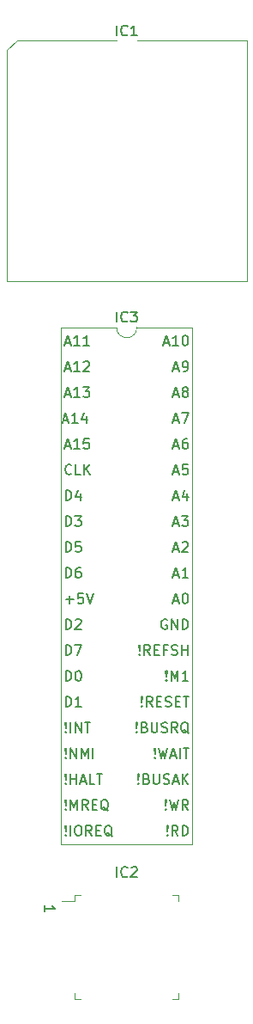
<source format=gbr>
%TF.GenerationSoftware,KiCad,Pcbnew,(6.0.4)*%
%TF.CreationDate,2022-05-05T02:24:40+01:00*%
%TF.ProjectId,Z80 QFP & LCC to DIL,5a383020-5146-4502-9026-204c43432074,rev?*%
%TF.SameCoordinates,Original*%
%TF.FileFunction,Legend,Top*%
%TF.FilePolarity,Positive*%
%FSLAX46Y46*%
G04 Gerber Fmt 4.6, Leading zero omitted, Abs format (unit mm)*
G04 Created by KiCad (PCBNEW (6.0.4)) date 2022-05-05 02:24:40*
%MOMM*%
%LPD*%
G01*
G04 APERTURE LIST*
%ADD10C,0.150000*%
%ADD11C,0.120000*%
G04 APERTURE END LIST*
D10*
X134955595Y-116022380D02*
X134955595Y-115022380D01*
X135193690Y-115022380D01*
X135336547Y-115070000D01*
X135431785Y-115165238D01*
X135479404Y-115260476D01*
X135527023Y-115450952D01*
X135527023Y-115593809D01*
X135479404Y-115784285D01*
X135431785Y-115879523D01*
X135336547Y-115974761D01*
X135193690Y-116022380D01*
X134955595Y-116022380D01*
X136431785Y-115022380D02*
X135955595Y-115022380D01*
X135907976Y-115498571D01*
X135955595Y-115450952D01*
X136050833Y-115403333D01*
X136288928Y-115403333D01*
X136384166Y-115450952D01*
X136431785Y-115498571D01*
X136479404Y-115593809D01*
X136479404Y-115831904D01*
X136431785Y-115927142D01*
X136384166Y-115974761D01*
X136288928Y-116022380D01*
X136050833Y-116022380D01*
X135955595Y-115974761D01*
X135907976Y-115927142D01*
X143746309Y-136247142D02*
X143793928Y-136294761D01*
X143746309Y-136342380D01*
X143698690Y-136294761D01*
X143746309Y-136247142D01*
X143746309Y-136342380D01*
X143746309Y-135961428D02*
X143698690Y-135390000D01*
X143746309Y-135342380D01*
X143793928Y-135390000D01*
X143746309Y-135961428D01*
X143746309Y-135342380D01*
X144127261Y-135342380D02*
X144365357Y-136342380D01*
X144555833Y-135628095D01*
X144746309Y-136342380D01*
X144984404Y-135342380D01*
X145317738Y-136056666D02*
X145793928Y-136056666D01*
X145222500Y-136342380D02*
X145555833Y-135342380D01*
X145889166Y-136342380D01*
X146222500Y-136342380D02*
X146222500Y-135342380D01*
X146555833Y-135342380D02*
X147127261Y-135342380D01*
X146841547Y-136342380D02*
X146841547Y-135342380D01*
X141936785Y-133707142D02*
X141984404Y-133754761D01*
X141936785Y-133802380D01*
X141889166Y-133754761D01*
X141936785Y-133707142D01*
X141936785Y-133802380D01*
X141936785Y-133421428D02*
X141889166Y-132850000D01*
X141936785Y-132802380D01*
X141984404Y-132850000D01*
X141936785Y-133421428D01*
X141936785Y-132802380D01*
X142746309Y-133278571D02*
X142889166Y-133326190D01*
X142936785Y-133373809D01*
X142984404Y-133469047D01*
X142984404Y-133611904D01*
X142936785Y-133707142D01*
X142889166Y-133754761D01*
X142793928Y-133802380D01*
X142412976Y-133802380D01*
X142412976Y-132802380D01*
X142746309Y-132802380D01*
X142841547Y-132850000D01*
X142889166Y-132897619D01*
X142936785Y-132992857D01*
X142936785Y-133088095D01*
X142889166Y-133183333D01*
X142841547Y-133230952D01*
X142746309Y-133278571D01*
X142412976Y-133278571D01*
X143412976Y-132802380D02*
X143412976Y-133611904D01*
X143460595Y-133707142D01*
X143508214Y-133754761D01*
X143603452Y-133802380D01*
X143793928Y-133802380D01*
X143889166Y-133754761D01*
X143936785Y-133707142D01*
X143984404Y-133611904D01*
X143984404Y-132802380D01*
X144412976Y-133754761D02*
X144555833Y-133802380D01*
X144793928Y-133802380D01*
X144889166Y-133754761D01*
X144936785Y-133707142D01*
X144984404Y-133611904D01*
X144984404Y-133516666D01*
X144936785Y-133421428D01*
X144889166Y-133373809D01*
X144793928Y-133326190D01*
X144603452Y-133278571D01*
X144508214Y-133230952D01*
X144460595Y-133183333D01*
X144412976Y-133088095D01*
X144412976Y-132992857D01*
X144460595Y-132897619D01*
X144508214Y-132850000D01*
X144603452Y-132802380D01*
X144841547Y-132802380D01*
X144984404Y-132850000D01*
X145984404Y-133802380D02*
X145651071Y-133326190D01*
X145412976Y-133802380D02*
X145412976Y-132802380D01*
X145793928Y-132802380D01*
X145889166Y-132850000D01*
X145936785Y-132897619D01*
X145984404Y-132992857D01*
X145984404Y-133135714D01*
X145936785Y-133230952D01*
X145889166Y-133278571D01*
X145793928Y-133326190D01*
X145412976Y-133326190D01*
X147079642Y-133897619D02*
X146984404Y-133850000D01*
X146889166Y-133754761D01*
X146746309Y-133611904D01*
X146651071Y-133564285D01*
X146555833Y-133564285D01*
X146603452Y-133802380D02*
X146508214Y-133754761D01*
X146412976Y-133659523D01*
X146365357Y-133469047D01*
X146365357Y-133135714D01*
X146412976Y-132945238D01*
X146508214Y-132850000D01*
X146603452Y-132802380D01*
X146793928Y-132802380D01*
X146889166Y-132850000D01*
X146984404Y-132945238D01*
X147032023Y-133135714D01*
X147032023Y-133469047D01*
X146984404Y-133659523D01*
X146889166Y-133754761D01*
X146793928Y-133802380D01*
X146603452Y-133802380D01*
X134955595Y-141327142D02*
X135003214Y-141374761D01*
X134955595Y-141422380D01*
X134907976Y-141374761D01*
X134955595Y-141327142D01*
X134955595Y-141422380D01*
X134955595Y-141041428D02*
X134907976Y-140470000D01*
X134955595Y-140422380D01*
X135003214Y-140470000D01*
X134955595Y-141041428D01*
X134955595Y-140422380D01*
X135431785Y-141422380D02*
X135431785Y-140422380D01*
X135765119Y-141136666D01*
X136098452Y-140422380D01*
X136098452Y-141422380D01*
X137146071Y-141422380D02*
X136812738Y-140946190D01*
X136574642Y-141422380D02*
X136574642Y-140422380D01*
X136955595Y-140422380D01*
X137050833Y-140470000D01*
X137098452Y-140517619D01*
X137146071Y-140612857D01*
X137146071Y-140755714D01*
X137098452Y-140850952D01*
X137050833Y-140898571D01*
X136955595Y-140946190D01*
X136574642Y-140946190D01*
X137574642Y-140898571D02*
X137907976Y-140898571D01*
X138050833Y-141422380D02*
X137574642Y-141422380D01*
X137574642Y-140422380D01*
X138050833Y-140422380D01*
X139146071Y-141517619D02*
X139050833Y-141470000D01*
X138955595Y-141374761D01*
X138812738Y-141231904D01*
X138717500Y-141184285D01*
X138622261Y-141184285D01*
X138669880Y-141422380D02*
X138574642Y-141374761D01*
X138479404Y-141279523D01*
X138431785Y-141089047D01*
X138431785Y-140755714D01*
X138479404Y-140565238D01*
X138574642Y-140470000D01*
X138669880Y-140422380D01*
X138860357Y-140422380D01*
X138955595Y-140470000D01*
X139050833Y-140565238D01*
X139098452Y-140755714D01*
X139098452Y-141089047D01*
X139050833Y-141279523D01*
X138955595Y-141374761D01*
X138860357Y-141422380D01*
X138669880Y-141422380D01*
X145603452Y-105576666D02*
X146079642Y-105576666D01*
X145508214Y-105862380D02*
X145841547Y-104862380D01*
X146174880Y-105862380D01*
X146936785Y-104862380D02*
X146746309Y-104862380D01*
X146651071Y-104910000D01*
X146603452Y-104957619D01*
X146508214Y-105100476D01*
X146460595Y-105290952D01*
X146460595Y-105671904D01*
X146508214Y-105767142D01*
X146555833Y-105814761D01*
X146651071Y-105862380D01*
X146841547Y-105862380D01*
X146936785Y-105814761D01*
X146984404Y-105767142D01*
X147032023Y-105671904D01*
X147032023Y-105433809D01*
X146984404Y-105338571D01*
X146936785Y-105290952D01*
X146841547Y-105243333D01*
X146651071Y-105243333D01*
X146555833Y-105290952D01*
X146508214Y-105338571D01*
X146460595Y-105433809D01*
X145603452Y-100496666D02*
X146079642Y-100496666D01*
X145508214Y-100782380D02*
X145841547Y-99782380D01*
X146174880Y-100782380D01*
X146651071Y-100210952D02*
X146555833Y-100163333D01*
X146508214Y-100115714D01*
X146460595Y-100020476D01*
X146460595Y-99972857D01*
X146508214Y-99877619D01*
X146555833Y-99830000D01*
X146651071Y-99782380D01*
X146841547Y-99782380D01*
X146936785Y-99830000D01*
X146984404Y-99877619D01*
X147032023Y-99972857D01*
X147032023Y-100020476D01*
X146984404Y-100115714D01*
X146936785Y-100163333D01*
X146841547Y-100210952D01*
X146651071Y-100210952D01*
X146555833Y-100258571D01*
X146508214Y-100306190D01*
X146460595Y-100401428D01*
X146460595Y-100591904D01*
X146508214Y-100687142D01*
X146555833Y-100734761D01*
X146651071Y-100782380D01*
X146841547Y-100782380D01*
X146936785Y-100734761D01*
X146984404Y-100687142D01*
X147032023Y-100591904D01*
X147032023Y-100401428D01*
X146984404Y-100306190D01*
X146936785Y-100258571D01*
X146841547Y-100210952D01*
X144651071Y-95416666D02*
X145127261Y-95416666D01*
X144555833Y-95702380D02*
X144889166Y-94702380D01*
X145222500Y-95702380D01*
X146079642Y-95702380D02*
X145508214Y-95702380D01*
X145793928Y-95702380D02*
X145793928Y-94702380D01*
X145698690Y-94845238D01*
X145603452Y-94940476D01*
X145508214Y-94988095D01*
X146698690Y-94702380D02*
X146793928Y-94702380D01*
X146889166Y-94750000D01*
X146936785Y-94797619D01*
X146984404Y-94892857D01*
X147032023Y-95083333D01*
X147032023Y-95321428D01*
X146984404Y-95511904D01*
X146936785Y-95607142D01*
X146889166Y-95654761D01*
X146793928Y-95702380D01*
X146698690Y-95702380D01*
X146603452Y-95654761D01*
X146555833Y-95607142D01*
X146508214Y-95511904D01*
X146460595Y-95321428D01*
X146460595Y-95083333D01*
X146508214Y-94892857D01*
X146555833Y-94797619D01*
X146603452Y-94750000D01*
X146698690Y-94702380D01*
X142460595Y-131167142D02*
X142508214Y-131214761D01*
X142460595Y-131262380D01*
X142412976Y-131214761D01*
X142460595Y-131167142D01*
X142460595Y-131262380D01*
X142460595Y-130881428D02*
X142412976Y-130310000D01*
X142460595Y-130262380D01*
X142508214Y-130310000D01*
X142460595Y-130881428D01*
X142460595Y-130262380D01*
X143508214Y-131262380D02*
X143174880Y-130786190D01*
X142936785Y-131262380D02*
X142936785Y-130262380D01*
X143317738Y-130262380D01*
X143412976Y-130310000D01*
X143460595Y-130357619D01*
X143508214Y-130452857D01*
X143508214Y-130595714D01*
X143460595Y-130690952D01*
X143412976Y-130738571D01*
X143317738Y-130786190D01*
X142936785Y-130786190D01*
X143936785Y-130738571D02*
X144270119Y-130738571D01*
X144412976Y-131262380D02*
X143936785Y-131262380D01*
X143936785Y-130262380D01*
X144412976Y-130262380D01*
X144793928Y-131214761D02*
X144936785Y-131262380D01*
X145174880Y-131262380D01*
X145270119Y-131214761D01*
X145317738Y-131167142D01*
X145365357Y-131071904D01*
X145365357Y-130976666D01*
X145317738Y-130881428D01*
X145270119Y-130833809D01*
X145174880Y-130786190D01*
X144984404Y-130738571D01*
X144889166Y-130690952D01*
X144841547Y-130643333D01*
X144793928Y-130548095D01*
X144793928Y-130452857D01*
X144841547Y-130357619D01*
X144889166Y-130310000D01*
X144984404Y-130262380D01*
X145222500Y-130262380D01*
X145365357Y-130310000D01*
X145793928Y-130738571D02*
X146127261Y-130738571D01*
X146270119Y-131262380D02*
X145793928Y-131262380D01*
X145793928Y-130262380D01*
X146270119Y-130262380D01*
X146555833Y-130262380D02*
X147127261Y-130262380D01*
X146841547Y-131262380D02*
X146841547Y-130262380D01*
X144889166Y-128627142D02*
X144936785Y-128674761D01*
X144889166Y-128722380D01*
X144841547Y-128674761D01*
X144889166Y-128627142D01*
X144889166Y-128722380D01*
X144889166Y-128341428D02*
X144841547Y-127770000D01*
X144889166Y-127722380D01*
X144936785Y-127770000D01*
X144889166Y-128341428D01*
X144889166Y-127722380D01*
X145365357Y-128722380D02*
X145365357Y-127722380D01*
X145698690Y-128436666D01*
X146032023Y-127722380D01*
X146032023Y-128722380D01*
X147032023Y-128722380D02*
X146460595Y-128722380D01*
X146746309Y-128722380D02*
X146746309Y-127722380D01*
X146651071Y-127865238D01*
X146555833Y-127960476D01*
X146460595Y-128008095D01*
X134907976Y-95416666D02*
X135384166Y-95416666D01*
X134812738Y-95702380D02*
X135146071Y-94702380D01*
X135479404Y-95702380D01*
X136336547Y-95702380D02*
X135765119Y-95702380D01*
X136050833Y-95702380D02*
X136050833Y-94702380D01*
X135955595Y-94845238D01*
X135860357Y-94940476D01*
X135765119Y-94988095D01*
X137288928Y-95702380D02*
X136717500Y-95702380D01*
X137003214Y-95702380D02*
X137003214Y-94702380D01*
X136907976Y-94845238D01*
X136812738Y-94940476D01*
X136717500Y-94988095D01*
X142222500Y-126087142D02*
X142270119Y-126134761D01*
X142222500Y-126182380D01*
X142174880Y-126134761D01*
X142222500Y-126087142D01*
X142222500Y-126182380D01*
X142222500Y-125801428D02*
X142174880Y-125230000D01*
X142222500Y-125182380D01*
X142270119Y-125230000D01*
X142222500Y-125801428D01*
X142222500Y-125182380D01*
X143270119Y-126182380D02*
X142936785Y-125706190D01*
X142698690Y-126182380D02*
X142698690Y-125182380D01*
X143079642Y-125182380D01*
X143174880Y-125230000D01*
X143222500Y-125277619D01*
X143270119Y-125372857D01*
X143270119Y-125515714D01*
X143222500Y-125610952D01*
X143174880Y-125658571D01*
X143079642Y-125706190D01*
X142698690Y-125706190D01*
X143698690Y-125658571D02*
X144032023Y-125658571D01*
X144174880Y-126182380D02*
X143698690Y-126182380D01*
X143698690Y-125182380D01*
X144174880Y-125182380D01*
X144936785Y-125658571D02*
X144603452Y-125658571D01*
X144603452Y-126182380D02*
X144603452Y-125182380D01*
X145079642Y-125182380D01*
X145412976Y-126134761D02*
X145555833Y-126182380D01*
X145793928Y-126182380D01*
X145889166Y-126134761D01*
X145936785Y-126087142D01*
X145984404Y-125991904D01*
X145984404Y-125896666D01*
X145936785Y-125801428D01*
X145889166Y-125753809D01*
X145793928Y-125706190D01*
X145603452Y-125658571D01*
X145508214Y-125610952D01*
X145460595Y-125563333D01*
X145412976Y-125468095D01*
X145412976Y-125372857D01*
X145460595Y-125277619D01*
X145508214Y-125230000D01*
X145603452Y-125182380D01*
X145841547Y-125182380D01*
X145984404Y-125230000D01*
X146412976Y-126182380D02*
X146412976Y-125182380D01*
X146412976Y-125658571D02*
X146984404Y-125658571D01*
X146984404Y-126182380D02*
X146984404Y-125182380D01*
X135527023Y-108307142D02*
X135479404Y-108354761D01*
X135336547Y-108402380D01*
X135241309Y-108402380D01*
X135098452Y-108354761D01*
X135003214Y-108259523D01*
X134955595Y-108164285D01*
X134907976Y-107973809D01*
X134907976Y-107830952D01*
X134955595Y-107640476D01*
X135003214Y-107545238D01*
X135098452Y-107450000D01*
X135241309Y-107402380D01*
X135336547Y-107402380D01*
X135479404Y-107450000D01*
X135527023Y-107497619D01*
X136431785Y-108402380D02*
X135955595Y-108402380D01*
X135955595Y-107402380D01*
X136765119Y-108402380D02*
X136765119Y-107402380D01*
X137336547Y-108402380D02*
X136907976Y-107830952D01*
X137336547Y-107402380D02*
X136765119Y-107973809D01*
X134955595Y-120721428D02*
X135717500Y-120721428D01*
X135336547Y-121102380D02*
X135336547Y-120340476D01*
X136669880Y-120102380D02*
X136193690Y-120102380D01*
X136146071Y-120578571D01*
X136193690Y-120530952D01*
X136288928Y-120483333D01*
X136527023Y-120483333D01*
X136622261Y-120530952D01*
X136669880Y-120578571D01*
X136717500Y-120673809D01*
X136717500Y-120911904D01*
X136669880Y-121007142D01*
X136622261Y-121054761D01*
X136527023Y-121102380D01*
X136288928Y-121102380D01*
X136193690Y-121054761D01*
X136146071Y-121007142D01*
X137003214Y-120102380D02*
X137336547Y-121102380D01*
X137669880Y-120102380D01*
X134955595Y-128722380D02*
X134955595Y-127722380D01*
X135193690Y-127722380D01*
X135336547Y-127770000D01*
X135431785Y-127865238D01*
X135479404Y-127960476D01*
X135527023Y-128150952D01*
X135527023Y-128293809D01*
X135479404Y-128484285D01*
X135431785Y-128579523D01*
X135336547Y-128674761D01*
X135193690Y-128722380D01*
X134955595Y-128722380D01*
X136146071Y-127722380D02*
X136241309Y-127722380D01*
X136336547Y-127770000D01*
X136384166Y-127817619D01*
X136431785Y-127912857D01*
X136479404Y-128103333D01*
X136479404Y-128341428D01*
X136431785Y-128531904D01*
X136384166Y-128627142D01*
X136336547Y-128674761D01*
X136241309Y-128722380D01*
X136146071Y-128722380D01*
X136050833Y-128674761D01*
X136003214Y-128627142D01*
X135955595Y-128531904D01*
X135907976Y-128341428D01*
X135907976Y-128103333D01*
X135955595Y-127912857D01*
X136003214Y-127817619D01*
X136050833Y-127770000D01*
X136146071Y-127722380D01*
X134955595Y-133707142D02*
X135003214Y-133754761D01*
X134955595Y-133802380D01*
X134907976Y-133754761D01*
X134955595Y-133707142D01*
X134955595Y-133802380D01*
X134955595Y-133421428D02*
X134907976Y-132850000D01*
X134955595Y-132802380D01*
X135003214Y-132850000D01*
X134955595Y-133421428D01*
X134955595Y-132802380D01*
X135431785Y-133802380D02*
X135431785Y-132802380D01*
X135907976Y-133802380D02*
X135907976Y-132802380D01*
X136479404Y-133802380D01*
X136479404Y-132802380D01*
X136812738Y-132802380D02*
X137384166Y-132802380D01*
X137098452Y-133802380D02*
X137098452Y-132802380D01*
X134699523Y-103036666D02*
X135175714Y-103036666D01*
X134604285Y-103322380D02*
X134937619Y-102322380D01*
X135270952Y-103322380D01*
X136128095Y-103322380D02*
X135556666Y-103322380D01*
X135842380Y-103322380D02*
X135842380Y-102322380D01*
X135747142Y-102465238D01*
X135651904Y-102560476D01*
X135556666Y-102608095D01*
X136985238Y-102655714D02*
X136985238Y-103322380D01*
X136747142Y-102274761D02*
X136509047Y-102989047D01*
X137128095Y-102989047D01*
X145603452Y-103036666D02*
X146079642Y-103036666D01*
X145508214Y-103322380D02*
X145841547Y-102322380D01*
X146174880Y-103322380D01*
X146412976Y-102322380D02*
X147079642Y-102322380D01*
X146651071Y-103322380D01*
X134955595Y-123642380D02*
X134955595Y-122642380D01*
X135193690Y-122642380D01*
X135336547Y-122690000D01*
X135431785Y-122785238D01*
X135479404Y-122880476D01*
X135527023Y-123070952D01*
X135527023Y-123213809D01*
X135479404Y-123404285D01*
X135431785Y-123499523D01*
X135336547Y-123594761D01*
X135193690Y-123642380D01*
X134955595Y-123642380D01*
X135907976Y-122737619D02*
X135955595Y-122690000D01*
X136050833Y-122642380D01*
X136288928Y-122642380D01*
X136384166Y-122690000D01*
X136431785Y-122737619D01*
X136479404Y-122832857D01*
X136479404Y-122928095D01*
X136431785Y-123070952D01*
X135860357Y-123642380D01*
X136479404Y-123642380D01*
X145603452Y-115736666D02*
X146079642Y-115736666D01*
X145508214Y-116022380D02*
X145841547Y-115022380D01*
X146174880Y-116022380D01*
X146460595Y-115117619D02*
X146508214Y-115070000D01*
X146603452Y-115022380D01*
X146841547Y-115022380D01*
X146936785Y-115070000D01*
X146984404Y-115117619D01*
X147032023Y-115212857D01*
X147032023Y-115308095D01*
X146984404Y-115450952D01*
X146412976Y-116022380D01*
X147032023Y-116022380D01*
X145603452Y-97956666D02*
X146079642Y-97956666D01*
X145508214Y-98242380D02*
X145841547Y-97242380D01*
X146174880Y-98242380D01*
X146555833Y-98242380D02*
X146746309Y-98242380D01*
X146841547Y-98194761D01*
X146889166Y-98147142D01*
X146984404Y-98004285D01*
X147032023Y-97813809D01*
X147032023Y-97432857D01*
X146984404Y-97337619D01*
X146936785Y-97290000D01*
X146841547Y-97242380D01*
X146651071Y-97242380D01*
X146555833Y-97290000D01*
X146508214Y-97337619D01*
X146460595Y-97432857D01*
X146460595Y-97670952D01*
X146508214Y-97766190D01*
X146555833Y-97813809D01*
X146651071Y-97861428D01*
X146841547Y-97861428D01*
X146936785Y-97813809D01*
X146984404Y-97766190D01*
X147032023Y-97670952D01*
X144936785Y-122690000D02*
X144841547Y-122642380D01*
X144698690Y-122642380D01*
X144555833Y-122690000D01*
X144460595Y-122785238D01*
X144412976Y-122880476D01*
X144365357Y-123070952D01*
X144365357Y-123213809D01*
X144412976Y-123404285D01*
X144460595Y-123499523D01*
X144555833Y-123594761D01*
X144698690Y-123642380D01*
X144793928Y-123642380D01*
X144936785Y-123594761D01*
X144984404Y-123547142D01*
X144984404Y-123213809D01*
X144793928Y-123213809D01*
X145412976Y-123642380D02*
X145412976Y-122642380D01*
X145984404Y-123642380D01*
X145984404Y-122642380D01*
X146460595Y-123642380D02*
X146460595Y-122642380D01*
X146698690Y-122642380D01*
X146841547Y-122690000D01*
X146936785Y-122785238D01*
X146984404Y-122880476D01*
X147032023Y-123070952D01*
X147032023Y-123213809D01*
X146984404Y-123404285D01*
X146936785Y-123499523D01*
X146841547Y-123594761D01*
X146698690Y-123642380D01*
X146460595Y-123642380D01*
X145603452Y-120816666D02*
X146079642Y-120816666D01*
X145508214Y-121102380D02*
X145841547Y-120102380D01*
X146174880Y-121102380D01*
X146698690Y-120102380D02*
X146793928Y-120102380D01*
X146889166Y-120150000D01*
X146936785Y-120197619D01*
X146984404Y-120292857D01*
X147032023Y-120483333D01*
X147032023Y-120721428D01*
X146984404Y-120911904D01*
X146936785Y-121007142D01*
X146889166Y-121054761D01*
X146793928Y-121102380D01*
X146698690Y-121102380D01*
X146603452Y-121054761D01*
X146555833Y-121007142D01*
X146508214Y-120911904D01*
X146460595Y-120721428D01*
X146460595Y-120483333D01*
X146508214Y-120292857D01*
X146555833Y-120197619D01*
X146603452Y-120150000D01*
X146698690Y-120102380D01*
X145603452Y-118276666D02*
X146079642Y-118276666D01*
X145508214Y-118562380D02*
X145841547Y-117562380D01*
X146174880Y-118562380D01*
X147032023Y-118562380D02*
X146460595Y-118562380D01*
X146746309Y-118562380D02*
X146746309Y-117562380D01*
X146651071Y-117705238D01*
X146555833Y-117800476D01*
X146460595Y-117848095D01*
X134955595Y-113482380D02*
X134955595Y-112482380D01*
X135193690Y-112482380D01*
X135336547Y-112530000D01*
X135431785Y-112625238D01*
X135479404Y-112720476D01*
X135527023Y-112910952D01*
X135527023Y-113053809D01*
X135479404Y-113244285D01*
X135431785Y-113339523D01*
X135336547Y-113434761D01*
X135193690Y-113482380D01*
X134955595Y-113482380D01*
X135860357Y-112482380D02*
X136479404Y-112482380D01*
X136146071Y-112863333D01*
X136288928Y-112863333D01*
X136384166Y-112910952D01*
X136431785Y-112958571D01*
X136479404Y-113053809D01*
X136479404Y-113291904D01*
X136431785Y-113387142D01*
X136384166Y-113434761D01*
X136288928Y-113482380D01*
X136003214Y-113482380D01*
X135907976Y-113434761D01*
X135860357Y-113387142D01*
X134907976Y-100496666D02*
X135384166Y-100496666D01*
X134812738Y-100782380D02*
X135146071Y-99782380D01*
X135479404Y-100782380D01*
X136336547Y-100782380D02*
X135765119Y-100782380D01*
X136050833Y-100782380D02*
X136050833Y-99782380D01*
X135955595Y-99925238D01*
X135860357Y-100020476D01*
X135765119Y-100068095D01*
X136669880Y-99782380D02*
X137288928Y-99782380D01*
X136955595Y-100163333D01*
X137098452Y-100163333D01*
X137193690Y-100210952D01*
X137241309Y-100258571D01*
X137288928Y-100353809D01*
X137288928Y-100591904D01*
X137241309Y-100687142D01*
X137193690Y-100734761D01*
X137098452Y-100782380D01*
X136812738Y-100782380D01*
X136717500Y-100734761D01*
X136669880Y-100687142D01*
X145603452Y-110656666D02*
X146079642Y-110656666D01*
X145508214Y-110942380D02*
X145841547Y-109942380D01*
X146174880Y-110942380D01*
X146936785Y-110275714D02*
X146936785Y-110942380D01*
X146698690Y-109894761D02*
X146460595Y-110609047D01*
X147079642Y-110609047D01*
X142127261Y-138787142D02*
X142174880Y-138834761D01*
X142127261Y-138882380D01*
X142079642Y-138834761D01*
X142127261Y-138787142D01*
X142127261Y-138882380D01*
X142127261Y-138501428D02*
X142079642Y-137930000D01*
X142127261Y-137882380D01*
X142174880Y-137930000D01*
X142127261Y-138501428D01*
X142127261Y-137882380D01*
X142936785Y-138358571D02*
X143079642Y-138406190D01*
X143127261Y-138453809D01*
X143174880Y-138549047D01*
X143174880Y-138691904D01*
X143127261Y-138787142D01*
X143079642Y-138834761D01*
X142984404Y-138882380D01*
X142603452Y-138882380D01*
X142603452Y-137882380D01*
X142936785Y-137882380D01*
X143032023Y-137930000D01*
X143079642Y-137977619D01*
X143127261Y-138072857D01*
X143127261Y-138168095D01*
X143079642Y-138263333D01*
X143032023Y-138310952D01*
X142936785Y-138358571D01*
X142603452Y-138358571D01*
X143603452Y-137882380D02*
X143603452Y-138691904D01*
X143651071Y-138787142D01*
X143698690Y-138834761D01*
X143793928Y-138882380D01*
X143984404Y-138882380D01*
X144079642Y-138834761D01*
X144127261Y-138787142D01*
X144174880Y-138691904D01*
X144174880Y-137882380D01*
X144603452Y-138834761D02*
X144746309Y-138882380D01*
X144984404Y-138882380D01*
X145079642Y-138834761D01*
X145127261Y-138787142D01*
X145174880Y-138691904D01*
X145174880Y-138596666D01*
X145127261Y-138501428D01*
X145079642Y-138453809D01*
X144984404Y-138406190D01*
X144793928Y-138358571D01*
X144698690Y-138310952D01*
X144651071Y-138263333D01*
X144603452Y-138168095D01*
X144603452Y-138072857D01*
X144651071Y-137977619D01*
X144698690Y-137930000D01*
X144793928Y-137882380D01*
X145032023Y-137882380D01*
X145174880Y-137930000D01*
X145555833Y-138596666D02*
X146032023Y-138596666D01*
X145460595Y-138882380D02*
X145793928Y-137882380D01*
X146127261Y-138882380D01*
X146460595Y-138882380D02*
X146460595Y-137882380D01*
X147032023Y-138882380D02*
X146603452Y-138310952D01*
X147032023Y-137882380D02*
X146460595Y-138453809D01*
X134955595Y-131262380D02*
X134955595Y-130262380D01*
X135193690Y-130262380D01*
X135336547Y-130310000D01*
X135431785Y-130405238D01*
X135479404Y-130500476D01*
X135527023Y-130690952D01*
X135527023Y-130833809D01*
X135479404Y-131024285D01*
X135431785Y-131119523D01*
X135336547Y-131214761D01*
X135193690Y-131262380D01*
X134955595Y-131262380D01*
X136479404Y-131262380D02*
X135907976Y-131262380D01*
X136193690Y-131262380D02*
X136193690Y-130262380D01*
X136098452Y-130405238D01*
X136003214Y-130500476D01*
X135907976Y-130548095D01*
X144841547Y-141327142D02*
X144889166Y-141374761D01*
X144841547Y-141422380D01*
X144793928Y-141374761D01*
X144841547Y-141327142D01*
X144841547Y-141422380D01*
X144841547Y-141041428D02*
X144793928Y-140470000D01*
X144841547Y-140422380D01*
X144889166Y-140470000D01*
X144841547Y-141041428D01*
X144841547Y-140422380D01*
X145222500Y-140422380D02*
X145460595Y-141422380D01*
X145651071Y-140708095D01*
X145841547Y-141422380D01*
X146079642Y-140422380D01*
X147032023Y-141422380D02*
X146698690Y-140946190D01*
X146460595Y-141422380D02*
X146460595Y-140422380D01*
X146841547Y-140422380D01*
X146936785Y-140470000D01*
X146984404Y-140517619D01*
X147032023Y-140612857D01*
X147032023Y-140755714D01*
X146984404Y-140850952D01*
X146936785Y-140898571D01*
X146841547Y-140946190D01*
X146460595Y-140946190D01*
X134907976Y-97956666D02*
X135384166Y-97956666D01*
X134812738Y-98242380D02*
X135146071Y-97242380D01*
X135479404Y-98242380D01*
X136336547Y-98242380D02*
X135765119Y-98242380D01*
X136050833Y-98242380D02*
X136050833Y-97242380D01*
X135955595Y-97385238D01*
X135860357Y-97480476D01*
X135765119Y-97528095D01*
X136717500Y-97337619D02*
X136765119Y-97290000D01*
X136860357Y-97242380D01*
X137098452Y-97242380D01*
X137193690Y-97290000D01*
X137241309Y-97337619D01*
X137288928Y-97432857D01*
X137288928Y-97528095D01*
X137241309Y-97670952D01*
X136669880Y-98242380D01*
X137288928Y-98242380D01*
X134955595Y-118562380D02*
X134955595Y-117562380D01*
X135193690Y-117562380D01*
X135336547Y-117610000D01*
X135431785Y-117705238D01*
X135479404Y-117800476D01*
X135527023Y-117990952D01*
X135527023Y-118133809D01*
X135479404Y-118324285D01*
X135431785Y-118419523D01*
X135336547Y-118514761D01*
X135193690Y-118562380D01*
X134955595Y-118562380D01*
X136384166Y-117562380D02*
X136193690Y-117562380D01*
X136098452Y-117610000D01*
X136050833Y-117657619D01*
X135955595Y-117800476D01*
X135907976Y-117990952D01*
X135907976Y-118371904D01*
X135955595Y-118467142D01*
X136003214Y-118514761D01*
X136098452Y-118562380D01*
X136288928Y-118562380D01*
X136384166Y-118514761D01*
X136431785Y-118467142D01*
X136479404Y-118371904D01*
X136479404Y-118133809D01*
X136431785Y-118038571D01*
X136384166Y-117990952D01*
X136288928Y-117943333D01*
X136098452Y-117943333D01*
X136003214Y-117990952D01*
X135955595Y-118038571D01*
X135907976Y-118133809D01*
X144984404Y-143867142D02*
X145032023Y-143914761D01*
X144984404Y-143962380D01*
X144936785Y-143914761D01*
X144984404Y-143867142D01*
X144984404Y-143962380D01*
X144984404Y-143581428D02*
X144936785Y-143010000D01*
X144984404Y-142962380D01*
X145032023Y-143010000D01*
X144984404Y-143581428D01*
X144984404Y-142962380D01*
X146032023Y-143962380D02*
X145698690Y-143486190D01*
X145460595Y-143962380D02*
X145460595Y-142962380D01*
X145841547Y-142962380D01*
X145936785Y-143010000D01*
X145984404Y-143057619D01*
X146032023Y-143152857D01*
X146032023Y-143295714D01*
X145984404Y-143390952D01*
X145936785Y-143438571D01*
X145841547Y-143486190D01*
X145460595Y-143486190D01*
X146460595Y-143962380D02*
X146460595Y-142962380D01*
X146698690Y-142962380D01*
X146841547Y-143010000D01*
X146936785Y-143105238D01*
X146984404Y-143200476D01*
X147032023Y-143390952D01*
X147032023Y-143533809D01*
X146984404Y-143724285D01*
X146936785Y-143819523D01*
X146841547Y-143914761D01*
X146698690Y-143962380D01*
X146460595Y-143962380D01*
X134955595Y-110942380D02*
X134955595Y-109942380D01*
X135193690Y-109942380D01*
X135336547Y-109990000D01*
X135431785Y-110085238D01*
X135479404Y-110180476D01*
X135527023Y-110370952D01*
X135527023Y-110513809D01*
X135479404Y-110704285D01*
X135431785Y-110799523D01*
X135336547Y-110894761D01*
X135193690Y-110942380D01*
X134955595Y-110942380D01*
X136384166Y-110275714D02*
X136384166Y-110942380D01*
X136146071Y-109894761D02*
X135907976Y-110609047D01*
X136527023Y-110609047D01*
X134955595Y-143867142D02*
X135003214Y-143914761D01*
X134955595Y-143962380D01*
X134907976Y-143914761D01*
X134955595Y-143867142D01*
X134955595Y-143962380D01*
X134955595Y-143581428D02*
X134907976Y-143010000D01*
X134955595Y-142962380D01*
X135003214Y-143010000D01*
X134955595Y-143581428D01*
X134955595Y-142962380D01*
X135431785Y-143962380D02*
X135431785Y-142962380D01*
X136098452Y-142962380D02*
X136288928Y-142962380D01*
X136384166Y-143010000D01*
X136479404Y-143105238D01*
X136527023Y-143295714D01*
X136527023Y-143629047D01*
X136479404Y-143819523D01*
X136384166Y-143914761D01*
X136288928Y-143962380D01*
X136098452Y-143962380D01*
X136003214Y-143914761D01*
X135907976Y-143819523D01*
X135860357Y-143629047D01*
X135860357Y-143295714D01*
X135907976Y-143105238D01*
X136003214Y-143010000D01*
X136098452Y-142962380D01*
X137527023Y-143962380D02*
X137193690Y-143486190D01*
X136955595Y-143962380D02*
X136955595Y-142962380D01*
X137336547Y-142962380D01*
X137431785Y-143010000D01*
X137479404Y-143057619D01*
X137527023Y-143152857D01*
X137527023Y-143295714D01*
X137479404Y-143390952D01*
X137431785Y-143438571D01*
X137336547Y-143486190D01*
X136955595Y-143486190D01*
X137955595Y-143438571D02*
X138288928Y-143438571D01*
X138431785Y-143962380D02*
X137955595Y-143962380D01*
X137955595Y-142962380D01*
X138431785Y-142962380D01*
X139527023Y-144057619D02*
X139431785Y-144010000D01*
X139336547Y-143914761D01*
X139193690Y-143771904D01*
X139098452Y-143724285D01*
X139003214Y-143724285D01*
X139050833Y-143962380D02*
X138955595Y-143914761D01*
X138860357Y-143819523D01*
X138812738Y-143629047D01*
X138812738Y-143295714D01*
X138860357Y-143105238D01*
X138955595Y-143010000D01*
X139050833Y-142962380D01*
X139241309Y-142962380D01*
X139336547Y-143010000D01*
X139431785Y-143105238D01*
X139479404Y-143295714D01*
X139479404Y-143629047D01*
X139431785Y-143819523D01*
X139336547Y-143914761D01*
X139241309Y-143962380D01*
X139050833Y-143962380D01*
X134955595Y-136247142D02*
X135003214Y-136294761D01*
X134955595Y-136342380D01*
X134907976Y-136294761D01*
X134955595Y-136247142D01*
X134955595Y-136342380D01*
X134955595Y-135961428D02*
X134907976Y-135390000D01*
X134955595Y-135342380D01*
X135003214Y-135390000D01*
X134955595Y-135961428D01*
X134955595Y-135342380D01*
X135431785Y-136342380D02*
X135431785Y-135342380D01*
X136003214Y-136342380D01*
X136003214Y-135342380D01*
X136479404Y-136342380D02*
X136479404Y-135342380D01*
X136812738Y-136056666D01*
X137146071Y-135342380D01*
X137146071Y-136342380D01*
X137622261Y-136342380D02*
X137622261Y-135342380D01*
X134955595Y-138787142D02*
X135003214Y-138834761D01*
X134955595Y-138882380D01*
X134907976Y-138834761D01*
X134955595Y-138787142D01*
X134955595Y-138882380D01*
X134955595Y-138501428D02*
X134907976Y-137930000D01*
X134955595Y-137882380D01*
X135003214Y-137930000D01*
X134955595Y-138501428D01*
X134955595Y-137882380D01*
X135431785Y-138882380D02*
X135431785Y-137882380D01*
X135431785Y-138358571D02*
X136003214Y-138358571D01*
X136003214Y-138882380D02*
X136003214Y-137882380D01*
X136431785Y-138596666D02*
X136907976Y-138596666D01*
X136336547Y-138882380D02*
X136669880Y-137882380D01*
X137003214Y-138882380D01*
X137812738Y-138882380D02*
X137336547Y-138882380D01*
X137336547Y-137882380D01*
X138003214Y-137882380D02*
X138574642Y-137882380D01*
X138288928Y-138882380D02*
X138288928Y-137882380D01*
X134955595Y-126182380D02*
X134955595Y-125182380D01*
X135193690Y-125182380D01*
X135336547Y-125230000D01*
X135431785Y-125325238D01*
X135479404Y-125420476D01*
X135527023Y-125610952D01*
X135527023Y-125753809D01*
X135479404Y-125944285D01*
X135431785Y-126039523D01*
X135336547Y-126134761D01*
X135193690Y-126182380D01*
X134955595Y-126182380D01*
X135860357Y-125182380D02*
X136527023Y-125182380D01*
X136098452Y-126182380D01*
X132897619Y-151415714D02*
X132897619Y-150844285D01*
X132897619Y-151130000D02*
X133897619Y-151130000D01*
X133754761Y-151034761D01*
X133659523Y-150939523D01*
X133611904Y-150844285D01*
X145603452Y-113196666D02*
X146079642Y-113196666D01*
X145508214Y-113482380D02*
X145841547Y-112482380D01*
X146174880Y-113482380D01*
X146412976Y-112482380D02*
X147032023Y-112482380D01*
X146698690Y-112863333D01*
X146841547Y-112863333D01*
X146936785Y-112910952D01*
X146984404Y-112958571D01*
X147032023Y-113053809D01*
X147032023Y-113291904D01*
X146984404Y-113387142D01*
X146936785Y-113434761D01*
X146841547Y-113482380D01*
X146555833Y-113482380D01*
X146460595Y-113434761D01*
X146412976Y-113387142D01*
X134907976Y-105576666D02*
X135384166Y-105576666D01*
X134812738Y-105862380D02*
X135146071Y-104862380D01*
X135479404Y-105862380D01*
X136336547Y-105862380D02*
X135765119Y-105862380D01*
X136050833Y-105862380D02*
X136050833Y-104862380D01*
X135955595Y-105005238D01*
X135860357Y-105100476D01*
X135765119Y-105148095D01*
X137241309Y-104862380D02*
X136765119Y-104862380D01*
X136717500Y-105338571D01*
X136765119Y-105290952D01*
X136860357Y-105243333D01*
X137098452Y-105243333D01*
X137193690Y-105290952D01*
X137241309Y-105338571D01*
X137288928Y-105433809D01*
X137288928Y-105671904D01*
X137241309Y-105767142D01*
X137193690Y-105814761D01*
X137098452Y-105862380D01*
X136860357Y-105862380D01*
X136765119Y-105814761D01*
X136717500Y-105767142D01*
X145603452Y-108116666D02*
X146079642Y-108116666D01*
X145508214Y-108402380D02*
X145841547Y-107402380D01*
X146174880Y-108402380D01*
X146984404Y-107402380D02*
X146508214Y-107402380D01*
X146460595Y-107878571D01*
X146508214Y-107830952D01*
X146603452Y-107783333D01*
X146841547Y-107783333D01*
X146936785Y-107830952D01*
X146984404Y-107878571D01*
X147032023Y-107973809D01*
X147032023Y-108211904D01*
X146984404Y-108307142D01*
X146936785Y-108354761D01*
X146841547Y-108402380D01*
X146603452Y-108402380D01*
X146508214Y-108354761D01*
X146460595Y-108307142D01*
%TO.C,IC2*%
X139993809Y-148042380D02*
X139993809Y-147042380D01*
X141041428Y-147947142D02*
X140993809Y-147994761D01*
X140850952Y-148042380D01*
X140755714Y-148042380D01*
X140612857Y-147994761D01*
X140517619Y-147899523D01*
X140470000Y-147804285D01*
X140422380Y-147613809D01*
X140422380Y-147470952D01*
X140470000Y-147280476D01*
X140517619Y-147185238D01*
X140612857Y-147090000D01*
X140755714Y-147042380D01*
X140850952Y-147042380D01*
X140993809Y-147090000D01*
X141041428Y-147137619D01*
X141422380Y-147137619D02*
X141470000Y-147090000D01*
X141565238Y-147042380D01*
X141803333Y-147042380D01*
X141898571Y-147090000D01*
X141946190Y-147137619D01*
X141993809Y-147232857D01*
X141993809Y-147328095D01*
X141946190Y-147470952D01*
X141374761Y-148042380D01*
X141993809Y-148042380D01*
%TO.C,IC3*%
X139993809Y-93372380D02*
X139993809Y-92372380D01*
X141041428Y-93277142D02*
X140993809Y-93324761D01*
X140850952Y-93372380D01*
X140755714Y-93372380D01*
X140612857Y-93324761D01*
X140517619Y-93229523D01*
X140470000Y-93134285D01*
X140422380Y-92943809D01*
X140422380Y-92800952D01*
X140470000Y-92610476D01*
X140517619Y-92515238D01*
X140612857Y-92420000D01*
X140755714Y-92372380D01*
X140850952Y-92372380D01*
X140993809Y-92420000D01*
X141041428Y-92467619D01*
X141374761Y-92372380D02*
X141993809Y-92372380D01*
X141660476Y-92753333D01*
X141803333Y-92753333D01*
X141898571Y-92800952D01*
X141946190Y-92848571D01*
X141993809Y-92943809D01*
X141993809Y-93181904D01*
X141946190Y-93277142D01*
X141898571Y-93324761D01*
X141803333Y-93372380D01*
X141517619Y-93372380D01*
X141422380Y-93324761D01*
X141374761Y-93277142D01*
%TO.C,IC1*%
X139993809Y-65172380D02*
X139993809Y-64172380D01*
X141041428Y-65077142D02*
X140993809Y-65124761D01*
X140850952Y-65172380D01*
X140755714Y-65172380D01*
X140612857Y-65124761D01*
X140517619Y-65029523D01*
X140470000Y-64934285D01*
X140422380Y-64743809D01*
X140422380Y-64600952D01*
X140470000Y-64410476D01*
X140517619Y-64315238D01*
X140612857Y-64220000D01*
X140755714Y-64172380D01*
X140850952Y-64172380D01*
X140993809Y-64220000D01*
X141041428Y-64267619D01*
X141993809Y-65172380D02*
X141422380Y-65172380D01*
X141708095Y-65172380D02*
X141708095Y-64172380D01*
X141612857Y-64315238D01*
X141517619Y-64410476D01*
X141422380Y-64458095D01*
D11*
%TO.C,IC2*%
X145505000Y-149830000D02*
X146080000Y-149830000D01*
X135860000Y-160050000D02*
X135860000Y-159475000D01*
X136435000Y-149830000D02*
X135860000Y-149830000D01*
X135860000Y-150405000D02*
X134570000Y-150405000D01*
X145505000Y-160050000D02*
X146080000Y-160050000D01*
X146080000Y-160050000D02*
X146080000Y-159475000D01*
X146080000Y-149830000D02*
X146080000Y-150405000D01*
X135860000Y-149830000D02*
X135860000Y-150405000D01*
X136435000Y-160050000D02*
X135860000Y-160050000D01*
%TO.C,IC3*%
X134510000Y-144840000D02*
X147430000Y-144840000D01*
X147430000Y-144840000D02*
X147430000Y-93920000D01*
X147430000Y-93920000D02*
X141970000Y-93920000D01*
X139970000Y-93920000D02*
X134510000Y-93920000D01*
X134510000Y-93920000D02*
X134510000Y-144840000D01*
X139970000Y-93920000D02*
G75*
G03*
X141970000Y-93920000I1000000J0D01*
G01*
%TO.C,IC1*%
X152820000Y-65620000D02*
X141970000Y-65620000D01*
X130120000Y-65620000D02*
X129120000Y-66620000D01*
X129120000Y-89320000D02*
X152820000Y-89320000D01*
X152820000Y-89320000D02*
X152820000Y-65620000D01*
X129120000Y-66620000D02*
X129120000Y-89320000D01*
X139970000Y-65620000D02*
X130120000Y-65620000D01*
%TD*%
M02*

</source>
